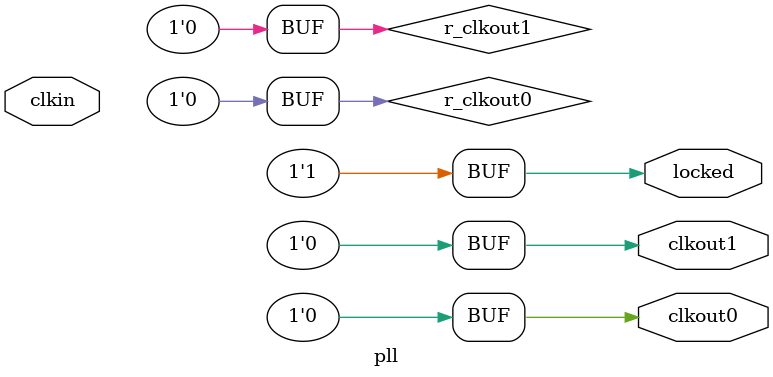
<source format=v>
`timescale 1ns/1ns
module pll
(
    input clkin, // 25 MHz, 0 deg
    output clkout0, // 25 MHz, 0 deg
    output clkout1, // 25 MHz, 180 deg
    output reg locked
);

reg r_clkout0, r_clkout1;
assign clkout0 = (locked) ? r_clkout0 : 1'b0;
assign clkout1 = (locked) ? r_clkout1 : 1'b0;
always begin
    #20 r_clkout1 = 1'b1;
    #20 r_clkout1 = 0;
end
always begin
    #2 r_clkout0 = 1'b1;
    #2 r_clkout0 = 0;
end
initial begin
    locked = 0;
    #180
    locked = 1'b1;
end
endmodule

</source>
